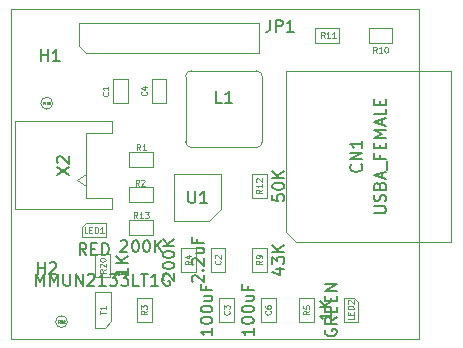
<source format=gbr>
%TF.GenerationSoftware,KiCad,Pcbnew,5.1.10-88a1d61d58~88~ubuntu18.04.1*%
%TF.CreationDate,2021-10-12T23:30:59-03:00*%
%TF.ProjectId,ConversorDCDC,436f6e76-6572-4736-9f72-444344432e6b,1.0*%
%TF.SameCoordinates,Original*%
%TF.FileFunction,Other,Fab,Top*%
%FSLAX46Y46*%
G04 Gerber Fmt 4.6, Leading zero omitted, Abs format (unit mm)*
G04 Created by KiCad (PCBNEW 5.1.10-88a1d61d58~88~ubuntu18.04.1) date 2021-10-12 23:30:59*
%MOMM*%
%LPD*%
G01*
G04 APERTURE LIST*
%TA.AperFunction,Profile*%
%ADD10C,0.050000*%
%TD*%
%ADD11C,0.100000*%
%ADD12C,0.150000*%
%ADD13C,0.080000*%
%ADD14C,0.075000*%
%ADD15C,0.040000*%
G04 APERTURE END LIST*
D10*
X80000000Y-126500000D02*
X80000000Y-98500000D01*
X114500000Y-126500000D02*
X80000000Y-126500000D01*
X114500000Y-98500000D02*
X114500000Y-126500000D01*
X80000000Y-98500000D02*
X114500000Y-98500000D01*
D11*
%TO.C,LED1*%
X88000000Y-117850000D02*
X88000000Y-116650000D01*
X86000000Y-117850000D02*
X88000000Y-117850000D01*
X86000000Y-116950000D02*
X86000000Y-117850000D01*
X86300000Y-116650000D02*
X86000000Y-116950000D01*
X88000000Y-116650000D02*
X86300000Y-116650000D01*
%TO.C,R2*%
X92000000Y-114875000D02*
X90000000Y-114875000D01*
X92000000Y-113625000D02*
X92000000Y-114875000D01*
X90000000Y-113625000D02*
X92000000Y-113625000D01*
X90000000Y-114875000D02*
X90000000Y-113625000D01*
%TO.C,R5*%
X105625000Y-125000000D02*
X104375000Y-125000000D01*
X104375000Y-125000000D02*
X104375000Y-123000000D01*
X104375000Y-123000000D02*
X105625000Y-123000000D01*
X105625000Y-123000000D02*
X105625000Y-125000000D01*
%TO.C,R9*%
X101625000Y-118750000D02*
X101625000Y-120750000D01*
X100375000Y-118750000D02*
X101625000Y-118750000D01*
X100375000Y-120750000D02*
X100375000Y-118750000D01*
X101625000Y-120750000D02*
X100375000Y-120750000D01*
%TO.C,R13*%
X92000000Y-117625000D02*
X90000000Y-117625000D01*
X92000000Y-116375000D02*
X92000000Y-117625000D01*
X90000000Y-116375000D02*
X92000000Y-116375000D01*
X90000000Y-117625000D02*
X90000000Y-116375000D01*
%TO.C,L1*%
X95250000Y-103750000D02*
X100750000Y-103750000D01*
X101250000Y-104250000D02*
X101250000Y-109750000D01*
X100750000Y-110250000D02*
X95250000Y-110250000D01*
X94750000Y-109750000D02*
X94750000Y-104250000D01*
X94750000Y-104250000D02*
G75*
G02*
X95250000Y-103750000I500000J0D01*
G01*
X100750000Y-103750000D02*
G75*
G02*
X101250000Y-104250000I0J-500000D01*
G01*
X95250000Y-110250000D02*
G75*
G02*
X94750000Y-109750000I0J500000D01*
G01*
X101250000Y-109750000D02*
G75*
G02*
X100750000Y-110250000I-500000J0D01*
G01*
%TO.C,R4*%
X94375000Y-118750000D02*
X95625000Y-118750000D01*
X95625000Y-118750000D02*
X95625000Y-120750000D01*
X95625000Y-120750000D02*
X94375000Y-120750000D01*
X94375000Y-120750000D02*
X94375000Y-118750000D01*
%TO.C,C3*%
X97625000Y-123000000D02*
X98875000Y-123000000D01*
X98875000Y-123000000D02*
X98875000Y-125000000D01*
X98875000Y-125000000D02*
X97625000Y-125000000D01*
X97625000Y-125000000D02*
X97625000Y-123000000D01*
%TO.C,R3*%
X91875000Y-123000000D02*
X91875000Y-125000000D01*
X90625000Y-123000000D02*
X91875000Y-123000000D01*
X90625000Y-125000000D02*
X90625000Y-123000000D01*
X91875000Y-125000000D02*
X90625000Y-125000000D01*
%TO.C,T1*%
X88450000Y-124950000D02*
X88450000Y-122500000D01*
X87900000Y-125520000D02*
X87050000Y-125520000D01*
X88450000Y-124950000D02*
X87900000Y-125520000D01*
X87050000Y-125520000D02*
X87050000Y-122480000D01*
X88450000Y-122480000D02*
X87050000Y-122480000D01*
%TO.C,U1*%
X96750000Y-116500000D02*
X93750000Y-116500000D01*
X93750000Y-116500000D02*
X93750000Y-112500000D01*
X93750000Y-112500000D02*
X97750000Y-112500000D01*
X97750000Y-112500000D02*
X97750000Y-115500000D01*
X97750000Y-115500000D02*
X96750000Y-116500000D01*
%TO.C,X2*%
X86300000Y-114500000D02*
X88500000Y-114500000D01*
X88500000Y-114500000D02*
X88500000Y-115500000D01*
X88500000Y-115500000D02*
X80300000Y-115500000D01*
X80300000Y-115500000D02*
X80300000Y-108000000D01*
X80300000Y-108000000D02*
X88500000Y-108000000D01*
X88500000Y-108000000D02*
X88500000Y-109000000D01*
X88500000Y-109000000D02*
X86300000Y-109000000D01*
X86300000Y-109000000D02*
X86300000Y-114500000D01*
X86300000Y-113500000D02*
X85592893Y-113000000D01*
X85592893Y-113000000D02*
X86300000Y-112500000D01*
%TO.C,JP1*%
X85730000Y-101635000D02*
X85730000Y-99730000D01*
X85730000Y-99730000D02*
X100970000Y-99730000D01*
X100970000Y-99730000D02*
X100970000Y-102270000D01*
X100970000Y-102270000D02*
X86365000Y-102270000D01*
X86365000Y-102270000D02*
X85730000Y-101635000D01*
%TO.C,R10*%
X110250000Y-101375000D02*
X110250000Y-100125000D01*
X110250000Y-100125000D02*
X112250000Y-100125000D01*
X112250000Y-100125000D02*
X112250000Y-101375000D01*
X112250000Y-101375000D02*
X110250000Y-101375000D01*
%TO.C,R1*%
X90000000Y-111875000D02*
X90000000Y-110625000D01*
X90000000Y-110625000D02*
X92000000Y-110625000D01*
X92000000Y-110625000D02*
X92000000Y-111875000D01*
X92000000Y-111875000D02*
X90000000Y-111875000D01*
%TO.C,R12*%
X101625000Y-114500000D02*
X100375000Y-114500000D01*
X100375000Y-114500000D02*
X100375000Y-112500000D01*
X100375000Y-112500000D02*
X101625000Y-112500000D01*
X101625000Y-112500000D02*
X101625000Y-114500000D01*
%TO.C,C4*%
X93125000Y-104450000D02*
X93125000Y-106450000D01*
X91875000Y-104450000D02*
X93125000Y-104450000D01*
X91875000Y-106450000D02*
X91875000Y-104450000D01*
X93125000Y-106450000D02*
X91875000Y-106450000D01*
%TO.C,C6*%
X101125000Y-123000000D02*
X102375000Y-123000000D01*
X102375000Y-123000000D02*
X102375000Y-125000000D01*
X102375000Y-125000000D02*
X101125000Y-125000000D01*
X101125000Y-125000000D02*
X101125000Y-123000000D01*
%TO.C,R20*%
X88375000Y-121250000D02*
X87125000Y-121250000D01*
X87125000Y-121250000D02*
X87125000Y-119250000D01*
X87125000Y-119250000D02*
X88375000Y-119250000D01*
X88375000Y-119250000D02*
X88375000Y-121250000D01*
%TO.C,FID1*%
X83500000Y-106500000D02*
G75*
G03*
X83500000Y-106500000I-500000J0D01*
G01*
%TO.C,R11*%
X107750000Y-101375000D02*
X105750000Y-101375000D01*
X107750000Y-100125000D02*
X107750000Y-101375000D01*
X105750000Y-100125000D02*
X107750000Y-100125000D01*
X105750000Y-101375000D02*
X105750000Y-100125000D01*
%TO.C,LED2*%
X109350000Y-125000000D02*
X109350000Y-123300000D01*
X109350000Y-123300000D02*
X109050000Y-123000000D01*
X109050000Y-123000000D02*
X108150000Y-123000000D01*
X108150000Y-123000000D02*
X108150000Y-125000000D01*
X108150000Y-125000000D02*
X109350000Y-125000000D01*
%TO.C,FID2*%
X84750000Y-125000000D02*
G75*
G03*
X84750000Y-125000000I-500000J0D01*
G01*
%TO.C,C1*%
X89875000Y-106450000D02*
X88625000Y-106450000D01*
X88625000Y-106450000D02*
X88625000Y-104450000D01*
X88625000Y-104450000D02*
X89875000Y-104450000D01*
X89875000Y-104450000D02*
X89875000Y-106450000D01*
%TO.C,C2*%
X96875000Y-120750000D02*
X96875000Y-118750000D01*
X98125000Y-120750000D02*
X96875000Y-120750000D01*
X98125000Y-118750000D02*
X98125000Y-120750000D01*
X96875000Y-118750000D02*
X98125000Y-118750000D01*
%TO.C,CN1*%
X104120000Y-118250000D02*
X117240000Y-118250000D01*
X103240000Y-103750000D02*
X117240000Y-103750000D01*
X103240000Y-117370000D02*
X103240000Y-103750000D01*
X117240000Y-118250000D02*
X117240000Y-103750000D01*
X103240000Y-117370000D02*
X104120000Y-118250000D01*
%TD*%
%TO.C,LED1*%
D12*
X86357142Y-119352380D02*
X86023809Y-118876190D01*
X85785714Y-119352380D02*
X85785714Y-118352380D01*
X86166666Y-118352380D01*
X86261904Y-118400000D01*
X86309523Y-118447619D01*
X86357142Y-118542857D01*
X86357142Y-118685714D01*
X86309523Y-118780952D01*
X86261904Y-118828571D01*
X86166666Y-118876190D01*
X85785714Y-118876190D01*
X86785714Y-118828571D02*
X87119047Y-118828571D01*
X87261904Y-119352380D02*
X86785714Y-119352380D01*
X86785714Y-118352380D01*
X87261904Y-118352380D01*
X87690476Y-119352380D02*
X87690476Y-118352380D01*
X87928571Y-118352380D01*
X88071428Y-118400000D01*
X88166666Y-118495238D01*
X88214285Y-118590476D01*
X88261904Y-118780952D01*
X88261904Y-118923809D01*
X88214285Y-119114285D01*
X88166666Y-119209523D01*
X88071428Y-119304761D01*
X87928571Y-119352380D01*
X87690476Y-119352380D01*
D13*
X86440476Y-117476190D02*
X86202380Y-117476190D01*
X86202380Y-116976190D01*
X86607142Y-117214285D02*
X86773809Y-117214285D01*
X86845238Y-117476190D02*
X86607142Y-117476190D01*
X86607142Y-116976190D01*
X86845238Y-116976190D01*
X87059523Y-117476190D02*
X87059523Y-116976190D01*
X87178571Y-116976190D01*
X87250000Y-117000000D01*
X87297619Y-117047619D01*
X87321428Y-117095238D01*
X87345238Y-117190476D01*
X87345238Y-117261904D01*
X87321428Y-117357142D01*
X87297619Y-117404761D01*
X87250000Y-117452380D01*
X87178571Y-117476190D01*
X87059523Y-117476190D01*
X87821428Y-117476190D02*
X87535714Y-117476190D01*
X87678571Y-117476190D02*
X87678571Y-116976190D01*
X87630952Y-117047619D01*
X87583333Y-117095238D01*
X87535714Y-117119047D01*
%TO.C,R2*%
X90821665Y-113476190D02*
X90654999Y-113238095D01*
X90535951Y-113476190D02*
X90535951Y-112976190D01*
X90726427Y-112976190D01*
X90774046Y-113000000D01*
X90797856Y-113023809D01*
X90821665Y-113071428D01*
X90821665Y-113142857D01*
X90797856Y-113190476D01*
X90774046Y-113214285D01*
X90726427Y-113238095D01*
X90535951Y-113238095D01*
X91012141Y-113023809D02*
X91035951Y-113000000D01*
X91083570Y-112976190D01*
X91202618Y-112976190D01*
X91250237Y-113000000D01*
X91274046Y-113023809D01*
X91297856Y-113071428D01*
X91297856Y-113119047D01*
X91274046Y-113190476D01*
X90988332Y-113476190D01*
X91297856Y-113476190D01*
%TO.C,H1*%
D12*
X82538095Y-102952380D02*
X82538095Y-101952380D01*
X82538095Y-102428571D02*
X83109523Y-102428571D01*
X83109523Y-102952380D02*
X83109523Y-101952380D01*
X84109523Y-102952380D02*
X83538095Y-102952380D01*
X83823809Y-102952380D02*
X83823809Y-101952380D01*
X83728571Y-102095238D01*
X83633333Y-102190476D01*
X83538095Y-102238095D01*
%TO.C,R5*%
X107102380Y-124214285D02*
X107102380Y-124785714D01*
X107102380Y-124500000D02*
X106102380Y-124500000D01*
X106245238Y-124595238D01*
X106340476Y-124690476D01*
X106388095Y-124785714D01*
X107102380Y-123785714D02*
X106102380Y-123785714D01*
X107102380Y-123214285D02*
X106530952Y-123642857D01*
X106102380Y-123214285D02*
X106673809Y-123785714D01*
D13*
X105226190Y-124083333D02*
X104988095Y-124250000D01*
X105226190Y-124369047D02*
X104726190Y-124369047D01*
X104726190Y-124178571D01*
X104750000Y-124130952D01*
X104773809Y-124107142D01*
X104821428Y-124083333D01*
X104892857Y-124083333D01*
X104940476Y-124107142D01*
X104964285Y-124130952D01*
X104988095Y-124178571D01*
X104988095Y-124369047D01*
X104726190Y-123630952D02*
X104726190Y-123869047D01*
X104964285Y-123892857D01*
X104940476Y-123869047D01*
X104916666Y-123821428D01*
X104916666Y-123702380D01*
X104940476Y-123654761D01*
X104964285Y-123630952D01*
X105011904Y-123607142D01*
X105130952Y-123607142D01*
X105178571Y-123630952D01*
X105202380Y-123654761D01*
X105226190Y-123702380D01*
X105226190Y-123821428D01*
X105202380Y-123869047D01*
X105178571Y-123892857D01*
%TO.C,R9*%
D12*
X102435714Y-120535714D02*
X103102380Y-120535714D01*
X102054761Y-120773809D02*
X102769047Y-121011904D01*
X102769047Y-120392857D01*
X102102380Y-120107142D02*
X102102380Y-119488095D01*
X102483333Y-119821428D01*
X102483333Y-119678571D01*
X102530952Y-119583333D01*
X102578571Y-119535714D01*
X102673809Y-119488095D01*
X102911904Y-119488095D01*
X103007142Y-119535714D01*
X103054761Y-119583333D01*
X103102380Y-119678571D01*
X103102380Y-119964285D01*
X103054761Y-120059523D01*
X103007142Y-120107142D01*
X103102380Y-119059523D02*
X102102380Y-119059523D01*
X103102380Y-118488095D02*
X102530952Y-118916666D01*
X102102380Y-118488095D02*
X102673809Y-119059523D01*
D13*
X101226190Y-119833333D02*
X100988095Y-120000000D01*
X101226190Y-120119047D02*
X100726190Y-120119047D01*
X100726190Y-119928571D01*
X100750000Y-119880952D01*
X100773809Y-119857142D01*
X100821428Y-119833333D01*
X100892857Y-119833333D01*
X100940476Y-119857142D01*
X100964285Y-119880952D01*
X100988095Y-119928571D01*
X100988095Y-120119047D01*
X101226190Y-119595238D02*
X101226190Y-119500000D01*
X101202380Y-119452380D01*
X101178571Y-119428571D01*
X101107142Y-119380952D01*
X101011904Y-119357142D01*
X100821428Y-119357142D01*
X100773809Y-119380952D01*
X100750000Y-119404761D01*
X100726190Y-119452380D01*
X100726190Y-119547619D01*
X100750000Y-119595238D01*
X100773809Y-119619047D01*
X100821428Y-119642857D01*
X100940476Y-119642857D01*
X100988095Y-119619047D01*
X101011904Y-119595238D01*
X101035714Y-119547619D01*
X101035714Y-119452380D01*
X101011904Y-119404761D01*
X100988095Y-119380952D01*
X100940476Y-119357142D01*
%TO.C,R13*%
D12*
X89261904Y-118197619D02*
X89309523Y-118150000D01*
X89404761Y-118102380D01*
X89642857Y-118102380D01*
X89738095Y-118150000D01*
X89785714Y-118197619D01*
X89833333Y-118292857D01*
X89833333Y-118388095D01*
X89785714Y-118530952D01*
X89214285Y-119102380D01*
X89833333Y-119102380D01*
X90452380Y-118102380D02*
X90547619Y-118102380D01*
X90642857Y-118150000D01*
X90690476Y-118197619D01*
X90738095Y-118292857D01*
X90785714Y-118483333D01*
X90785714Y-118721428D01*
X90738095Y-118911904D01*
X90690476Y-119007142D01*
X90642857Y-119054761D01*
X90547619Y-119102380D01*
X90452380Y-119102380D01*
X90357142Y-119054761D01*
X90309523Y-119007142D01*
X90261904Y-118911904D01*
X90214285Y-118721428D01*
X90214285Y-118483333D01*
X90261904Y-118292857D01*
X90309523Y-118197619D01*
X90357142Y-118150000D01*
X90452380Y-118102380D01*
X91404761Y-118102380D02*
X91500000Y-118102380D01*
X91595238Y-118150000D01*
X91642857Y-118197619D01*
X91690476Y-118292857D01*
X91738095Y-118483333D01*
X91738095Y-118721428D01*
X91690476Y-118911904D01*
X91642857Y-119007142D01*
X91595238Y-119054761D01*
X91500000Y-119102380D01*
X91404761Y-119102380D01*
X91309523Y-119054761D01*
X91261904Y-119007142D01*
X91214285Y-118911904D01*
X91166666Y-118721428D01*
X91166666Y-118483333D01*
X91214285Y-118292857D01*
X91261904Y-118197619D01*
X91309523Y-118150000D01*
X91404761Y-118102380D01*
X92166666Y-119102380D02*
X92166666Y-118102380D01*
X92738095Y-119102380D02*
X92309523Y-118530952D01*
X92738095Y-118102380D02*
X92166666Y-118673809D01*
D13*
X90678571Y-116226190D02*
X90511904Y-115988095D01*
X90392857Y-116226190D02*
X90392857Y-115726190D01*
X90583333Y-115726190D01*
X90630952Y-115750000D01*
X90654761Y-115773809D01*
X90678571Y-115821428D01*
X90678571Y-115892857D01*
X90654761Y-115940476D01*
X90630952Y-115964285D01*
X90583333Y-115988095D01*
X90392857Y-115988095D01*
X91154761Y-116226190D02*
X90869047Y-116226190D01*
X91011904Y-116226190D02*
X91011904Y-115726190D01*
X90964285Y-115797619D01*
X90916666Y-115845238D01*
X90869047Y-115869047D01*
X91321428Y-115726190D02*
X91630952Y-115726190D01*
X91464285Y-115916666D01*
X91535714Y-115916666D01*
X91583333Y-115940476D01*
X91607142Y-115964285D01*
X91630952Y-116011904D01*
X91630952Y-116130952D01*
X91607142Y-116178571D01*
X91583333Y-116202380D01*
X91535714Y-116226190D01*
X91392857Y-116226190D01*
X91345238Y-116202380D01*
X91321428Y-116178571D01*
%TO.C,L1*%
D12*
X97833333Y-106452380D02*
X97357142Y-106452380D01*
X97357142Y-105452380D01*
X98690476Y-106452380D02*
X98119047Y-106452380D01*
X98404761Y-106452380D02*
X98404761Y-105452380D01*
X98309523Y-105595238D01*
X98214285Y-105690476D01*
X98119047Y-105738095D01*
%TO.C,R4*%
X92897619Y-121488095D02*
X92850000Y-121440476D01*
X92802380Y-121345238D01*
X92802380Y-121107142D01*
X92850000Y-121011904D01*
X92897619Y-120964285D01*
X92992857Y-120916666D01*
X93088095Y-120916666D01*
X93230952Y-120964285D01*
X93802380Y-121535714D01*
X93802380Y-120916666D01*
X92802380Y-120297619D02*
X92802380Y-120202380D01*
X92850000Y-120107142D01*
X92897619Y-120059523D01*
X92992857Y-120011904D01*
X93183333Y-119964285D01*
X93421428Y-119964285D01*
X93611904Y-120011904D01*
X93707142Y-120059523D01*
X93754761Y-120107142D01*
X93802380Y-120202380D01*
X93802380Y-120297619D01*
X93754761Y-120392857D01*
X93707142Y-120440476D01*
X93611904Y-120488095D01*
X93421428Y-120535714D01*
X93183333Y-120535714D01*
X92992857Y-120488095D01*
X92897619Y-120440476D01*
X92850000Y-120392857D01*
X92802380Y-120297619D01*
X92802380Y-119345238D02*
X92802380Y-119250000D01*
X92850000Y-119154761D01*
X92897619Y-119107142D01*
X92992857Y-119059523D01*
X93183333Y-119011904D01*
X93421428Y-119011904D01*
X93611904Y-119059523D01*
X93707142Y-119107142D01*
X93754761Y-119154761D01*
X93802380Y-119250000D01*
X93802380Y-119345238D01*
X93754761Y-119440476D01*
X93707142Y-119488095D01*
X93611904Y-119535714D01*
X93421428Y-119583333D01*
X93183333Y-119583333D01*
X92992857Y-119535714D01*
X92897619Y-119488095D01*
X92850000Y-119440476D01*
X92802380Y-119345238D01*
X93802380Y-118583333D02*
X92802380Y-118583333D01*
X93802380Y-118011904D02*
X93230952Y-118440476D01*
X92802380Y-118011904D02*
X93373809Y-118583333D01*
D13*
X95226190Y-119833333D02*
X94988095Y-120000000D01*
X95226190Y-120119047D02*
X94726190Y-120119047D01*
X94726190Y-119928571D01*
X94750000Y-119880952D01*
X94773809Y-119857142D01*
X94821428Y-119833333D01*
X94892857Y-119833333D01*
X94940476Y-119857142D01*
X94964285Y-119880952D01*
X94988095Y-119928571D01*
X94988095Y-120119047D01*
X94892857Y-119404761D02*
X95226190Y-119404761D01*
X94702380Y-119523809D02*
X95059523Y-119642857D01*
X95059523Y-119333333D01*
%TO.C,C3*%
D12*
X97022380Y-125547619D02*
X97022380Y-126119047D01*
X97022380Y-125833333D02*
X96022380Y-125833333D01*
X96165238Y-125928571D01*
X96260476Y-126023809D01*
X96308095Y-126119047D01*
X96022380Y-124928571D02*
X96022380Y-124833333D01*
X96070000Y-124738095D01*
X96117619Y-124690476D01*
X96212857Y-124642857D01*
X96403333Y-124595238D01*
X96641428Y-124595238D01*
X96831904Y-124642857D01*
X96927142Y-124690476D01*
X96974761Y-124738095D01*
X97022380Y-124833333D01*
X97022380Y-124928571D01*
X96974761Y-125023809D01*
X96927142Y-125071428D01*
X96831904Y-125119047D01*
X96641428Y-125166666D01*
X96403333Y-125166666D01*
X96212857Y-125119047D01*
X96117619Y-125071428D01*
X96070000Y-125023809D01*
X96022380Y-124928571D01*
X96022380Y-123976190D02*
X96022380Y-123880952D01*
X96070000Y-123785714D01*
X96117619Y-123738095D01*
X96212857Y-123690476D01*
X96403333Y-123642857D01*
X96641428Y-123642857D01*
X96831904Y-123690476D01*
X96927142Y-123738095D01*
X96974761Y-123785714D01*
X97022380Y-123880952D01*
X97022380Y-123976190D01*
X96974761Y-124071428D01*
X96927142Y-124119047D01*
X96831904Y-124166666D01*
X96641428Y-124214285D01*
X96403333Y-124214285D01*
X96212857Y-124166666D01*
X96117619Y-124119047D01*
X96070000Y-124071428D01*
X96022380Y-123976190D01*
X96355714Y-122785714D02*
X97022380Y-122785714D01*
X96355714Y-123214285D02*
X96879523Y-123214285D01*
X96974761Y-123166666D01*
X97022380Y-123071428D01*
X97022380Y-122928571D01*
X96974761Y-122833333D01*
X96927142Y-122785714D01*
X96498571Y-121976190D02*
X96498571Y-122309523D01*
X97022380Y-122309523D02*
X96022380Y-122309523D01*
X96022380Y-121833333D01*
D13*
X98428571Y-124083333D02*
X98452380Y-124107142D01*
X98476190Y-124178571D01*
X98476190Y-124226190D01*
X98452380Y-124297619D01*
X98404761Y-124345238D01*
X98357142Y-124369047D01*
X98261904Y-124392857D01*
X98190476Y-124392857D01*
X98095238Y-124369047D01*
X98047619Y-124345238D01*
X98000000Y-124297619D01*
X97976190Y-124226190D01*
X97976190Y-124178571D01*
X98000000Y-124107142D01*
X98023809Y-124083333D01*
X97976190Y-123916666D02*
X97976190Y-123607142D01*
X98166666Y-123773809D01*
X98166666Y-123702380D01*
X98190476Y-123654761D01*
X98214285Y-123630952D01*
X98261904Y-123607142D01*
X98380952Y-123607142D01*
X98428571Y-123630952D01*
X98452380Y-123654761D01*
X98476190Y-123702380D01*
X98476190Y-123845238D01*
X98452380Y-123892857D01*
X98428571Y-123916666D01*
%TO.C,R3*%
X91476190Y-124083333D02*
X91238095Y-124250000D01*
X91476190Y-124369047D02*
X90976190Y-124369047D01*
X90976190Y-124178571D01*
X91000000Y-124130952D01*
X91023809Y-124107142D01*
X91071428Y-124083333D01*
X91142857Y-124083333D01*
X91190476Y-124107142D01*
X91214285Y-124130952D01*
X91238095Y-124178571D01*
X91238095Y-124369047D01*
X90976190Y-123916666D02*
X90976190Y-123607142D01*
X91166666Y-123773809D01*
X91166666Y-123702380D01*
X91190476Y-123654761D01*
X91214285Y-123630952D01*
X91261904Y-123607142D01*
X91380952Y-123607142D01*
X91428571Y-123630952D01*
X91452380Y-123654761D01*
X91476190Y-123702380D01*
X91476190Y-123845238D01*
X91452380Y-123892857D01*
X91428571Y-123916666D01*
%TO.C,T1*%
D12*
X82130952Y-121952380D02*
X82130952Y-120952380D01*
X82464285Y-121666666D01*
X82797619Y-120952380D01*
X82797619Y-121952380D01*
X83273809Y-121952380D02*
X83273809Y-120952380D01*
X83607142Y-121666666D01*
X83940476Y-120952380D01*
X83940476Y-121952380D01*
X84416666Y-120952380D02*
X84416666Y-121761904D01*
X84464285Y-121857142D01*
X84511904Y-121904761D01*
X84607142Y-121952380D01*
X84797619Y-121952380D01*
X84892857Y-121904761D01*
X84940476Y-121857142D01*
X84988095Y-121761904D01*
X84988095Y-120952380D01*
X85464285Y-121952380D02*
X85464285Y-120952380D01*
X86035714Y-121952380D01*
X86035714Y-120952380D01*
X86464285Y-121047619D02*
X86511904Y-121000000D01*
X86607142Y-120952380D01*
X86845238Y-120952380D01*
X86940476Y-121000000D01*
X86988095Y-121047619D01*
X87035714Y-121142857D01*
X87035714Y-121238095D01*
X86988095Y-121380952D01*
X86416666Y-121952380D01*
X87035714Y-121952380D01*
X87988095Y-121952380D02*
X87416666Y-121952380D01*
X87702380Y-121952380D02*
X87702380Y-120952380D01*
X87607142Y-121095238D01*
X87511904Y-121190476D01*
X87416666Y-121238095D01*
X88321428Y-120952380D02*
X88940476Y-120952380D01*
X88607142Y-121333333D01*
X88750000Y-121333333D01*
X88845238Y-121380952D01*
X88892857Y-121428571D01*
X88940476Y-121523809D01*
X88940476Y-121761904D01*
X88892857Y-121857142D01*
X88845238Y-121904761D01*
X88750000Y-121952380D01*
X88464285Y-121952380D01*
X88369047Y-121904761D01*
X88321428Y-121857142D01*
X89273809Y-120952380D02*
X89892857Y-120952380D01*
X89559523Y-121333333D01*
X89702380Y-121333333D01*
X89797619Y-121380952D01*
X89845238Y-121428571D01*
X89892857Y-121523809D01*
X89892857Y-121761904D01*
X89845238Y-121857142D01*
X89797619Y-121904761D01*
X89702380Y-121952380D01*
X89416666Y-121952380D01*
X89321428Y-121904761D01*
X89273809Y-121857142D01*
X90797619Y-121952380D02*
X90321428Y-121952380D01*
X90321428Y-120952380D01*
X90988095Y-120952380D02*
X91559523Y-120952380D01*
X91273809Y-121952380D02*
X91273809Y-120952380D01*
X92416666Y-121952380D02*
X91845238Y-121952380D01*
X92130952Y-121952380D02*
X92130952Y-120952380D01*
X92035714Y-121095238D01*
X91940476Y-121190476D01*
X91845238Y-121238095D01*
X93369047Y-121000000D02*
X93273809Y-120952380D01*
X93130952Y-120952380D01*
X92988095Y-121000000D01*
X92892857Y-121095238D01*
X92845238Y-121190476D01*
X92797619Y-121380952D01*
X92797619Y-121523809D01*
X92845238Y-121714285D01*
X92892857Y-121809523D01*
X92988095Y-121904761D01*
X93130952Y-121952380D01*
X93226190Y-121952380D01*
X93369047Y-121904761D01*
X93416666Y-121857142D01*
X93416666Y-121523809D01*
X93226190Y-121523809D01*
D14*
X87476190Y-124380952D02*
X87476190Y-124095238D01*
X87976190Y-124238095D02*
X87476190Y-124238095D01*
X87976190Y-123666666D02*
X87976190Y-123952380D01*
X87976190Y-123809523D02*
X87476190Y-123809523D01*
X87547619Y-123857142D01*
X87595238Y-123904761D01*
X87619047Y-123952380D01*
%TO.C,U1*%
D12*
X94988095Y-113952380D02*
X94988095Y-114761904D01*
X95035714Y-114857142D01*
X95083333Y-114904761D01*
X95178571Y-114952380D01*
X95369047Y-114952380D01*
X95464285Y-114904761D01*
X95511904Y-114857142D01*
X95559523Y-114761904D01*
X95559523Y-113952380D01*
X96559523Y-114952380D02*
X95988095Y-114952380D01*
X96273809Y-114952380D02*
X96273809Y-113952380D01*
X96178571Y-114095238D01*
X96083333Y-114190476D01*
X95988095Y-114238095D01*
%TO.C,X2*%
X83852380Y-112559523D02*
X84852380Y-111892857D01*
X83852380Y-111892857D02*
X84852380Y-112559523D01*
X83947619Y-111559523D02*
X83900000Y-111511904D01*
X83852380Y-111416666D01*
X83852380Y-111178571D01*
X83900000Y-111083333D01*
X83947619Y-111035714D01*
X84042857Y-110988095D01*
X84138095Y-110988095D01*
X84280952Y-111035714D01*
X84852380Y-111607142D01*
X84852380Y-110988095D01*
%TO.C,H2*%
X82238095Y-120952380D02*
X82238095Y-119952380D01*
X82238095Y-120428571D02*
X82809523Y-120428571D01*
X82809523Y-120952380D02*
X82809523Y-119952380D01*
X83238095Y-120047619D02*
X83285714Y-120000000D01*
X83380952Y-119952380D01*
X83619047Y-119952380D01*
X83714285Y-120000000D01*
X83761904Y-120047619D01*
X83809523Y-120142857D01*
X83809523Y-120238095D01*
X83761904Y-120380952D01*
X83190476Y-120952380D01*
X83809523Y-120952380D01*
%TO.C,JP1*%
X101916666Y-99452380D02*
X101916666Y-100166666D01*
X101869047Y-100309523D01*
X101773809Y-100404761D01*
X101630952Y-100452380D01*
X101535714Y-100452380D01*
X102392857Y-100452380D02*
X102392857Y-99452380D01*
X102773809Y-99452380D01*
X102869047Y-99500000D01*
X102916666Y-99547619D01*
X102964285Y-99642857D01*
X102964285Y-99785714D01*
X102916666Y-99880952D01*
X102869047Y-99928571D01*
X102773809Y-99976190D01*
X102392857Y-99976190D01*
X103916666Y-100452380D02*
X103345238Y-100452380D01*
X103630952Y-100452380D02*
X103630952Y-99452380D01*
X103535714Y-99595238D01*
X103440476Y-99690476D01*
X103345238Y-99738095D01*
%TO.C,R10*%
D13*
X110928571Y-102226190D02*
X110761904Y-101988095D01*
X110642857Y-102226190D02*
X110642857Y-101726190D01*
X110833333Y-101726190D01*
X110880952Y-101750000D01*
X110904761Y-101773809D01*
X110928571Y-101821428D01*
X110928571Y-101892857D01*
X110904761Y-101940476D01*
X110880952Y-101964285D01*
X110833333Y-101988095D01*
X110642857Y-101988095D01*
X111404761Y-102226190D02*
X111119047Y-102226190D01*
X111261904Y-102226190D02*
X111261904Y-101726190D01*
X111214285Y-101797619D01*
X111166666Y-101845238D01*
X111119047Y-101869047D01*
X111714285Y-101726190D02*
X111761904Y-101726190D01*
X111809523Y-101750000D01*
X111833333Y-101773809D01*
X111857142Y-101821428D01*
X111880952Y-101916666D01*
X111880952Y-102035714D01*
X111857142Y-102130952D01*
X111833333Y-102178571D01*
X111809523Y-102202380D01*
X111761904Y-102226190D01*
X111714285Y-102226190D01*
X111666666Y-102202380D01*
X111642857Y-102178571D01*
X111619047Y-102130952D01*
X111595238Y-102035714D01*
X111595238Y-101916666D01*
X111619047Y-101821428D01*
X111642857Y-101773809D01*
X111666666Y-101750000D01*
X111714285Y-101726190D01*
%TO.C,R1*%
X90916666Y-110476190D02*
X90750000Y-110238095D01*
X90630952Y-110476190D02*
X90630952Y-109976190D01*
X90821428Y-109976190D01*
X90869047Y-110000000D01*
X90892857Y-110023809D01*
X90916666Y-110071428D01*
X90916666Y-110142857D01*
X90892857Y-110190476D01*
X90869047Y-110214285D01*
X90821428Y-110238095D01*
X90630952Y-110238095D01*
X91392857Y-110476190D02*
X91107142Y-110476190D01*
X91250000Y-110476190D02*
X91250000Y-109976190D01*
X91202380Y-110047619D01*
X91154761Y-110095238D01*
X91107142Y-110119047D01*
%TO.C,R12*%
D12*
X102102380Y-114238095D02*
X102102380Y-114714285D01*
X102578571Y-114761904D01*
X102530952Y-114714285D01*
X102483333Y-114619047D01*
X102483333Y-114380952D01*
X102530952Y-114285714D01*
X102578571Y-114238095D01*
X102673809Y-114190476D01*
X102911904Y-114190476D01*
X103007142Y-114238095D01*
X103054761Y-114285714D01*
X103102380Y-114380952D01*
X103102380Y-114619047D01*
X103054761Y-114714285D01*
X103007142Y-114761904D01*
X102102380Y-113571428D02*
X102102380Y-113476190D01*
X102150000Y-113380952D01*
X102197619Y-113333333D01*
X102292857Y-113285714D01*
X102483333Y-113238095D01*
X102721428Y-113238095D01*
X102911904Y-113285714D01*
X103007142Y-113333333D01*
X103054761Y-113380952D01*
X103102380Y-113476190D01*
X103102380Y-113571428D01*
X103054761Y-113666666D01*
X103007142Y-113714285D01*
X102911904Y-113761904D01*
X102721428Y-113809523D01*
X102483333Y-113809523D01*
X102292857Y-113761904D01*
X102197619Y-113714285D01*
X102150000Y-113666666D01*
X102102380Y-113571428D01*
X103102380Y-112809523D02*
X102102380Y-112809523D01*
X103102380Y-112238095D02*
X102530952Y-112666666D01*
X102102380Y-112238095D02*
X102673809Y-112809523D01*
D13*
X101226190Y-113821428D02*
X100988095Y-113988095D01*
X101226190Y-114107142D02*
X100726190Y-114107142D01*
X100726190Y-113916666D01*
X100750000Y-113869047D01*
X100773809Y-113845238D01*
X100821428Y-113821428D01*
X100892857Y-113821428D01*
X100940476Y-113845238D01*
X100964285Y-113869047D01*
X100988095Y-113916666D01*
X100988095Y-114107142D01*
X101226190Y-113345238D02*
X101226190Y-113630952D01*
X101226190Y-113488095D02*
X100726190Y-113488095D01*
X100797619Y-113535714D01*
X100845238Y-113583333D01*
X100869047Y-113630952D01*
X100773809Y-113154761D02*
X100750000Y-113130952D01*
X100726190Y-113083333D01*
X100726190Y-112964285D01*
X100750000Y-112916666D01*
X100773809Y-112892857D01*
X100821428Y-112869047D01*
X100869047Y-112869047D01*
X100940476Y-112892857D01*
X101226190Y-113178571D01*
X101226190Y-112869047D01*
%TO.C,C4*%
X91428571Y-105533333D02*
X91452380Y-105557142D01*
X91476190Y-105628571D01*
X91476190Y-105676190D01*
X91452380Y-105747619D01*
X91404761Y-105795238D01*
X91357142Y-105819047D01*
X91261904Y-105842857D01*
X91190476Y-105842857D01*
X91095238Y-105819047D01*
X91047619Y-105795238D01*
X91000000Y-105747619D01*
X90976190Y-105676190D01*
X90976190Y-105628571D01*
X91000000Y-105557142D01*
X91023809Y-105533333D01*
X91142857Y-105104761D02*
X91476190Y-105104761D01*
X90952380Y-105223809D02*
X91309523Y-105342857D01*
X91309523Y-105033333D01*
%TO.C,C6*%
D12*
X100522380Y-125547619D02*
X100522380Y-126119047D01*
X100522380Y-125833333D02*
X99522380Y-125833333D01*
X99665238Y-125928571D01*
X99760476Y-126023809D01*
X99808095Y-126119047D01*
X99522380Y-124928571D02*
X99522380Y-124833333D01*
X99570000Y-124738095D01*
X99617619Y-124690476D01*
X99712857Y-124642857D01*
X99903333Y-124595238D01*
X100141428Y-124595238D01*
X100331904Y-124642857D01*
X100427142Y-124690476D01*
X100474761Y-124738095D01*
X100522380Y-124833333D01*
X100522380Y-124928571D01*
X100474761Y-125023809D01*
X100427142Y-125071428D01*
X100331904Y-125119047D01*
X100141428Y-125166666D01*
X99903333Y-125166666D01*
X99712857Y-125119047D01*
X99617619Y-125071428D01*
X99570000Y-125023809D01*
X99522380Y-124928571D01*
X99522380Y-123976190D02*
X99522380Y-123880952D01*
X99570000Y-123785714D01*
X99617619Y-123738095D01*
X99712857Y-123690476D01*
X99903333Y-123642857D01*
X100141428Y-123642857D01*
X100331904Y-123690476D01*
X100427142Y-123738095D01*
X100474761Y-123785714D01*
X100522380Y-123880952D01*
X100522380Y-123976190D01*
X100474761Y-124071428D01*
X100427142Y-124119047D01*
X100331904Y-124166666D01*
X100141428Y-124214285D01*
X99903333Y-124214285D01*
X99712857Y-124166666D01*
X99617619Y-124119047D01*
X99570000Y-124071428D01*
X99522380Y-123976190D01*
X99855714Y-122785714D02*
X100522380Y-122785714D01*
X99855714Y-123214285D02*
X100379523Y-123214285D01*
X100474761Y-123166666D01*
X100522380Y-123071428D01*
X100522380Y-122928571D01*
X100474761Y-122833333D01*
X100427142Y-122785714D01*
X99998571Y-121976190D02*
X99998571Y-122309523D01*
X100522380Y-122309523D02*
X99522380Y-122309523D01*
X99522380Y-121833333D01*
D13*
X101928571Y-124083333D02*
X101952380Y-124107142D01*
X101976190Y-124178571D01*
X101976190Y-124226190D01*
X101952380Y-124297619D01*
X101904761Y-124345238D01*
X101857142Y-124369047D01*
X101761904Y-124392857D01*
X101690476Y-124392857D01*
X101595238Y-124369047D01*
X101547619Y-124345238D01*
X101500000Y-124297619D01*
X101476190Y-124226190D01*
X101476190Y-124178571D01*
X101500000Y-124107142D01*
X101523809Y-124083333D01*
X101476190Y-123654761D02*
X101476190Y-123750000D01*
X101500000Y-123797619D01*
X101523809Y-123821428D01*
X101595238Y-123869047D01*
X101690476Y-123892857D01*
X101880952Y-123892857D01*
X101928571Y-123869047D01*
X101952380Y-123845238D01*
X101976190Y-123797619D01*
X101976190Y-123702380D01*
X101952380Y-123654761D01*
X101928571Y-123630952D01*
X101880952Y-123607142D01*
X101761904Y-123607142D01*
X101714285Y-123630952D01*
X101690476Y-123654761D01*
X101666666Y-123702380D01*
X101666666Y-123797619D01*
X101690476Y-123845238D01*
X101714285Y-123869047D01*
X101761904Y-123892857D01*
%TO.C,R20*%
D12*
X89852380Y-120464285D02*
X89852380Y-121035714D01*
X89852380Y-120750000D02*
X88852380Y-120750000D01*
X88995238Y-120845238D01*
X89090476Y-120940476D01*
X89138095Y-121035714D01*
X89852380Y-120035714D02*
X88852380Y-120035714D01*
X89852380Y-119464285D02*
X89280952Y-119892857D01*
X88852380Y-119464285D02*
X89423809Y-120035714D01*
D13*
X87976190Y-120571428D02*
X87738095Y-120738095D01*
X87976190Y-120857142D02*
X87476190Y-120857142D01*
X87476190Y-120666666D01*
X87500000Y-120619047D01*
X87523809Y-120595238D01*
X87571428Y-120571428D01*
X87642857Y-120571428D01*
X87690476Y-120595238D01*
X87714285Y-120619047D01*
X87738095Y-120666666D01*
X87738095Y-120857142D01*
X87523809Y-120380952D02*
X87500000Y-120357142D01*
X87476190Y-120309523D01*
X87476190Y-120190476D01*
X87500000Y-120142857D01*
X87523809Y-120119047D01*
X87571428Y-120095238D01*
X87619047Y-120095238D01*
X87690476Y-120119047D01*
X87976190Y-120404761D01*
X87976190Y-120095238D01*
X87476190Y-119785714D02*
X87476190Y-119738095D01*
X87500000Y-119690476D01*
X87523809Y-119666666D01*
X87571428Y-119642857D01*
X87666666Y-119619047D01*
X87785714Y-119619047D01*
X87880952Y-119642857D01*
X87928571Y-119666666D01*
X87952380Y-119690476D01*
X87976190Y-119738095D01*
X87976190Y-119785714D01*
X87952380Y-119833333D01*
X87928571Y-119857142D01*
X87880952Y-119880952D01*
X87785714Y-119904761D01*
X87666666Y-119904761D01*
X87571428Y-119880952D01*
X87523809Y-119857142D01*
X87500000Y-119833333D01*
X87476190Y-119785714D01*
%TO.C,FID1*%
D15*
X82785714Y-106485714D02*
X82719047Y-106485714D01*
X82719047Y-106590476D02*
X82719047Y-106390476D01*
X82814285Y-106390476D01*
X82890476Y-106590476D02*
X82890476Y-106390476D01*
X82985714Y-106590476D02*
X82985714Y-106390476D01*
X83033333Y-106390476D01*
X83061904Y-106400000D01*
X83080952Y-106419047D01*
X83090476Y-106438095D01*
X83100000Y-106476190D01*
X83100000Y-106504761D01*
X83090476Y-106542857D01*
X83080952Y-106561904D01*
X83061904Y-106580952D01*
X83033333Y-106590476D01*
X82985714Y-106590476D01*
X83290476Y-106590476D02*
X83176190Y-106590476D01*
X83233333Y-106590476D02*
X83233333Y-106390476D01*
X83214285Y-106419047D01*
X83195238Y-106438095D01*
X83176190Y-106447619D01*
%TO.C,R11*%
D13*
X106516071Y-100976190D02*
X106349404Y-100738095D01*
X106230357Y-100976190D02*
X106230357Y-100476190D01*
X106420833Y-100476190D01*
X106468452Y-100500000D01*
X106492261Y-100523809D01*
X106516071Y-100571428D01*
X106516071Y-100642857D01*
X106492261Y-100690476D01*
X106468452Y-100714285D01*
X106420833Y-100738095D01*
X106230357Y-100738095D01*
X106992261Y-100976190D02*
X106706547Y-100976190D01*
X106849404Y-100976190D02*
X106849404Y-100476190D01*
X106801785Y-100547619D01*
X106754166Y-100595238D01*
X106706547Y-100619047D01*
X107468452Y-100976190D02*
X107182738Y-100976190D01*
X107325595Y-100976190D02*
X107325595Y-100476190D01*
X107277976Y-100547619D01*
X107230357Y-100595238D01*
X107182738Y-100619047D01*
%TO.C,LED2*%
D12*
X106600000Y-125666666D02*
X106552380Y-125761904D01*
X106552380Y-125904761D01*
X106600000Y-126047619D01*
X106695238Y-126142857D01*
X106790476Y-126190476D01*
X106980952Y-126238095D01*
X107123809Y-126238095D01*
X107314285Y-126190476D01*
X107409523Y-126142857D01*
X107504761Y-126047619D01*
X107552380Y-125904761D01*
X107552380Y-125809523D01*
X107504761Y-125666666D01*
X107457142Y-125619047D01*
X107123809Y-125619047D01*
X107123809Y-125809523D01*
X107552380Y-124619047D02*
X107076190Y-124952380D01*
X107552380Y-125190476D02*
X106552380Y-125190476D01*
X106552380Y-124809523D01*
X106600000Y-124714285D01*
X106647619Y-124666666D01*
X106742857Y-124619047D01*
X106885714Y-124619047D01*
X106980952Y-124666666D01*
X107028571Y-124714285D01*
X107076190Y-124809523D01*
X107076190Y-125190476D01*
X107028571Y-124190476D02*
X107028571Y-123857142D01*
X107552380Y-123714285D02*
X107552380Y-124190476D01*
X106552380Y-124190476D01*
X106552380Y-123714285D01*
X107028571Y-123285714D02*
X107028571Y-122952380D01*
X107552380Y-122809523D02*
X107552380Y-123285714D01*
X106552380Y-123285714D01*
X106552380Y-122809523D01*
X107552380Y-122380952D02*
X106552380Y-122380952D01*
X107552380Y-121809523D01*
X106552380Y-121809523D01*
D13*
X108976190Y-124559523D02*
X108976190Y-124797619D01*
X108476190Y-124797619D01*
X108714285Y-124392857D02*
X108714285Y-124226190D01*
X108976190Y-124154761D02*
X108976190Y-124392857D01*
X108476190Y-124392857D01*
X108476190Y-124154761D01*
X108976190Y-123940476D02*
X108476190Y-123940476D01*
X108476190Y-123821428D01*
X108500000Y-123750000D01*
X108547619Y-123702380D01*
X108595238Y-123678571D01*
X108690476Y-123654761D01*
X108761904Y-123654761D01*
X108857142Y-123678571D01*
X108904761Y-123702380D01*
X108952380Y-123750000D01*
X108976190Y-123821428D01*
X108976190Y-123940476D01*
X108523809Y-123464285D02*
X108500000Y-123440476D01*
X108476190Y-123392857D01*
X108476190Y-123273809D01*
X108500000Y-123226190D01*
X108523809Y-123202380D01*
X108571428Y-123178571D01*
X108619047Y-123178571D01*
X108690476Y-123202380D01*
X108976190Y-123488095D01*
X108976190Y-123178571D01*
%TO.C,FID2*%
D15*
X84035714Y-124985714D02*
X83969047Y-124985714D01*
X83969047Y-125090476D02*
X83969047Y-124890476D01*
X84064285Y-124890476D01*
X84140476Y-125090476D02*
X84140476Y-124890476D01*
X84235714Y-125090476D02*
X84235714Y-124890476D01*
X84283333Y-124890476D01*
X84311904Y-124900000D01*
X84330952Y-124919047D01*
X84340476Y-124938095D01*
X84350000Y-124976190D01*
X84350000Y-125004761D01*
X84340476Y-125042857D01*
X84330952Y-125061904D01*
X84311904Y-125080952D01*
X84283333Y-125090476D01*
X84235714Y-125090476D01*
X84426190Y-124909523D02*
X84435714Y-124900000D01*
X84454761Y-124890476D01*
X84502380Y-124890476D01*
X84521428Y-124900000D01*
X84530952Y-124909523D01*
X84540476Y-124928571D01*
X84540476Y-124947619D01*
X84530952Y-124976190D01*
X84416666Y-125090476D01*
X84540476Y-125090476D01*
%TO.C,C1*%
D13*
X88178571Y-105583333D02*
X88202380Y-105607142D01*
X88226190Y-105678571D01*
X88226190Y-105726190D01*
X88202380Y-105797619D01*
X88154761Y-105845238D01*
X88107142Y-105869047D01*
X88011904Y-105892857D01*
X87940476Y-105892857D01*
X87845238Y-105869047D01*
X87797619Y-105845238D01*
X87750000Y-105797619D01*
X87726190Y-105726190D01*
X87726190Y-105678571D01*
X87750000Y-105607142D01*
X87773809Y-105583333D01*
X88226190Y-105107142D02*
X88226190Y-105392857D01*
X88226190Y-105250000D02*
X87726190Y-105250000D01*
X87797619Y-105297619D01*
X87845238Y-105345238D01*
X87869047Y-105392857D01*
%TO.C,C2*%
D12*
X95367619Y-121630952D02*
X95320000Y-121583333D01*
X95272380Y-121488095D01*
X95272380Y-121250000D01*
X95320000Y-121154761D01*
X95367619Y-121107142D01*
X95462857Y-121059523D01*
X95558095Y-121059523D01*
X95700952Y-121107142D01*
X96272380Y-121678571D01*
X96272380Y-121059523D01*
X96177142Y-120630952D02*
X96224761Y-120583333D01*
X96272380Y-120630952D01*
X96224761Y-120678571D01*
X96177142Y-120630952D01*
X96272380Y-120630952D01*
X95367619Y-120202380D02*
X95320000Y-120154761D01*
X95272380Y-120059523D01*
X95272380Y-119821428D01*
X95320000Y-119726190D01*
X95367619Y-119678571D01*
X95462857Y-119630952D01*
X95558095Y-119630952D01*
X95700952Y-119678571D01*
X96272380Y-120250000D01*
X96272380Y-119630952D01*
X95605714Y-118773809D02*
X96272380Y-118773809D01*
X95605714Y-119202380D02*
X96129523Y-119202380D01*
X96224761Y-119154761D01*
X96272380Y-119059523D01*
X96272380Y-118916666D01*
X96224761Y-118821428D01*
X96177142Y-118773809D01*
X95748571Y-117964285D02*
X95748571Y-118297619D01*
X96272380Y-118297619D02*
X95272380Y-118297619D01*
X95272380Y-117821428D01*
D13*
X97678571Y-119833333D02*
X97702380Y-119857142D01*
X97726190Y-119928571D01*
X97726190Y-119976190D01*
X97702380Y-120047619D01*
X97654761Y-120095238D01*
X97607142Y-120119047D01*
X97511904Y-120142857D01*
X97440476Y-120142857D01*
X97345238Y-120119047D01*
X97297619Y-120095238D01*
X97250000Y-120047619D01*
X97226190Y-119976190D01*
X97226190Y-119928571D01*
X97250000Y-119857142D01*
X97273809Y-119833333D01*
X97273809Y-119642857D02*
X97250000Y-119619047D01*
X97226190Y-119571428D01*
X97226190Y-119452380D01*
X97250000Y-119404761D01*
X97273809Y-119380952D01*
X97321428Y-119357142D01*
X97369047Y-119357142D01*
X97440476Y-119380952D01*
X97726190Y-119666666D01*
X97726190Y-119357142D01*
%TO.C,CN1*%
D12*
X110702380Y-115809523D02*
X111511904Y-115809523D01*
X111607142Y-115761904D01*
X111654761Y-115714285D01*
X111702380Y-115619047D01*
X111702380Y-115428571D01*
X111654761Y-115333333D01*
X111607142Y-115285714D01*
X111511904Y-115238095D01*
X110702380Y-115238095D01*
X111654761Y-114809523D02*
X111702380Y-114666666D01*
X111702380Y-114428571D01*
X111654761Y-114333333D01*
X111607142Y-114285714D01*
X111511904Y-114238095D01*
X111416666Y-114238095D01*
X111321428Y-114285714D01*
X111273809Y-114333333D01*
X111226190Y-114428571D01*
X111178571Y-114619047D01*
X111130952Y-114714285D01*
X111083333Y-114761904D01*
X110988095Y-114809523D01*
X110892857Y-114809523D01*
X110797619Y-114761904D01*
X110750000Y-114714285D01*
X110702380Y-114619047D01*
X110702380Y-114380952D01*
X110750000Y-114238095D01*
X111178571Y-113476190D02*
X111226190Y-113333333D01*
X111273809Y-113285714D01*
X111369047Y-113238095D01*
X111511904Y-113238095D01*
X111607142Y-113285714D01*
X111654761Y-113333333D01*
X111702380Y-113428571D01*
X111702380Y-113809523D01*
X110702380Y-113809523D01*
X110702380Y-113476190D01*
X110750000Y-113380952D01*
X110797619Y-113333333D01*
X110892857Y-113285714D01*
X110988095Y-113285714D01*
X111083333Y-113333333D01*
X111130952Y-113380952D01*
X111178571Y-113476190D01*
X111178571Y-113809523D01*
X111416666Y-112857142D02*
X111416666Y-112380952D01*
X111702380Y-112952380D02*
X110702380Y-112619047D01*
X111702380Y-112285714D01*
X111797619Y-112190476D02*
X111797619Y-111428571D01*
X111178571Y-110857142D02*
X111178571Y-111190476D01*
X111702380Y-111190476D02*
X110702380Y-111190476D01*
X110702380Y-110714285D01*
X111178571Y-110333333D02*
X111178571Y-110000000D01*
X111702380Y-109857142D02*
X111702380Y-110333333D01*
X110702380Y-110333333D01*
X110702380Y-109857142D01*
X111702380Y-109428571D02*
X110702380Y-109428571D01*
X111416666Y-109095238D01*
X110702380Y-108761904D01*
X111702380Y-108761904D01*
X111416666Y-108333333D02*
X111416666Y-107857142D01*
X111702380Y-108428571D02*
X110702380Y-108095238D01*
X111702380Y-107761904D01*
X111702380Y-106952380D02*
X111702380Y-107428571D01*
X110702380Y-107428571D01*
X111178571Y-106619047D02*
X111178571Y-106285714D01*
X111702380Y-106142857D02*
X111702380Y-106619047D01*
X110702380Y-106619047D01*
X110702380Y-106142857D01*
X109607142Y-111690476D02*
X109654761Y-111738095D01*
X109702380Y-111880952D01*
X109702380Y-111976190D01*
X109654761Y-112119047D01*
X109559523Y-112214285D01*
X109464285Y-112261904D01*
X109273809Y-112309523D01*
X109130952Y-112309523D01*
X108940476Y-112261904D01*
X108845238Y-112214285D01*
X108750000Y-112119047D01*
X108702380Y-111976190D01*
X108702380Y-111880952D01*
X108750000Y-111738095D01*
X108797619Y-111690476D01*
X109702380Y-111261904D02*
X108702380Y-111261904D01*
X109702380Y-110690476D01*
X108702380Y-110690476D01*
X109702380Y-109690476D02*
X109702380Y-110261904D01*
X109702380Y-109976190D02*
X108702380Y-109976190D01*
X108845238Y-110071428D01*
X108940476Y-110166666D01*
X108988095Y-110261904D01*
%TD*%
M02*

</source>
